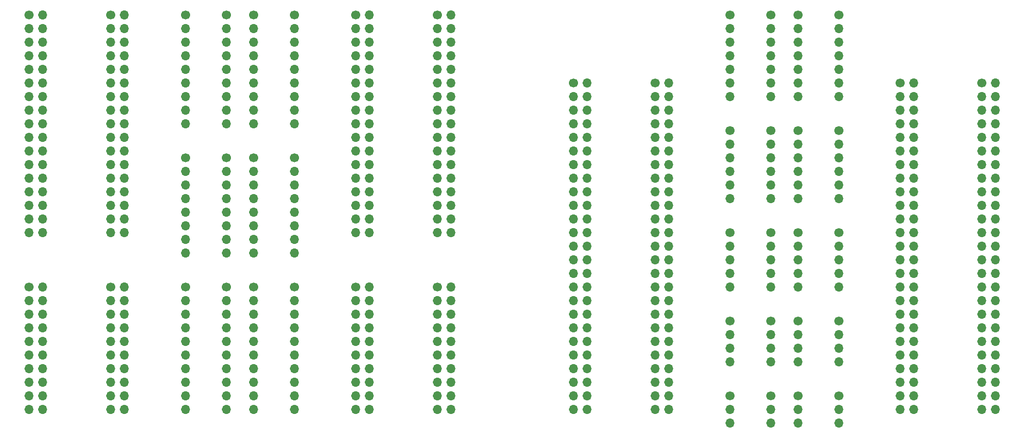
<source format=gbr>
%TF.GenerationSoftware,KiCad,Pcbnew,(5.1.9)-1*%
%TF.CreationDate,2022-08-27T22:21:39+05:30*%
%TF.ProjectId,MFM_ST506 Breakout Board,4d464d5f-5354-4353-9036-20427265616b,rev?*%
%TF.SameCoordinates,Original*%
%TF.FileFunction,Soldermask,Bot*%
%TF.FilePolarity,Negative*%
%FSLAX46Y46*%
G04 Gerber Fmt 4.6, Leading zero omitted, Abs format (unit mm)*
G04 Created by KiCad (PCBNEW (5.1.9)-1) date 2022-08-27 22:21:39*
%MOMM*%
%LPD*%
G01*
G04 APERTURE LIST*
%ADD10O,1.700000X1.700000*%
%ADD11C,1.700000*%
G04 APERTURE END LIST*
D10*
%TO.C,J52*%
X196850000Y-137160000D03*
X196850000Y-134620000D03*
D11*
X196850000Y-132080000D03*
%TD*%
D10*
%TO.C,J41*%
X201930000Y-76200000D03*
X201930000Y-73660000D03*
X201930000Y-71120000D03*
X201930000Y-68580000D03*
X201930000Y-66040000D03*
X201930000Y-63500000D03*
D11*
X201930000Y-60960000D03*
%TD*%
D10*
%TO.C,J42*%
X201930000Y-95250000D03*
X201930000Y-92710000D03*
X201930000Y-90170000D03*
X201930000Y-87630000D03*
X201930000Y-85090000D03*
D11*
X201930000Y-82550000D03*
%TD*%
D10*
%TO.C,J24*%
X238760000Y-134620000D03*
X236220000Y-134620000D03*
X238760000Y-132080000D03*
X236220000Y-132080000D03*
X238760000Y-129540000D03*
X236220000Y-129540000D03*
X238760000Y-127000000D03*
X236220000Y-127000000D03*
X238760000Y-124460000D03*
X236220000Y-124460000D03*
X238760000Y-121920000D03*
X236220000Y-121920000D03*
X238760000Y-119380000D03*
X236220000Y-119380000D03*
X238760000Y-116840000D03*
X236220000Y-116840000D03*
X238760000Y-114300000D03*
X236220000Y-114300000D03*
X238760000Y-111760000D03*
X236220000Y-111760000D03*
X238760000Y-109220000D03*
X236220000Y-109220000D03*
X238760000Y-106680000D03*
X236220000Y-106680000D03*
X238760000Y-104140000D03*
X236220000Y-104140000D03*
X238760000Y-101600000D03*
X236220000Y-101600000D03*
X238760000Y-99060000D03*
X236220000Y-99060000D03*
X238760000Y-96520000D03*
X236220000Y-96520000D03*
X238760000Y-93980000D03*
X236220000Y-93980000D03*
X238760000Y-91440000D03*
X236220000Y-91440000D03*
X238760000Y-88900000D03*
X236220000Y-88900000D03*
X238760000Y-86360000D03*
X236220000Y-86360000D03*
X238760000Y-83820000D03*
X236220000Y-83820000D03*
X238760000Y-81280000D03*
X236220000Y-81280000D03*
X238760000Y-78740000D03*
X236220000Y-78740000D03*
X238760000Y-76200000D03*
X236220000Y-76200000D03*
X238760000Y-73660000D03*
D11*
X236220000Y-73660000D03*
%TD*%
D10*
%TO.C,J23*%
X223520000Y-134620000D03*
X220980000Y-134620000D03*
X223520000Y-132080000D03*
X220980000Y-132080000D03*
X223520000Y-129540000D03*
X220980000Y-129540000D03*
X223520000Y-127000000D03*
X220980000Y-127000000D03*
X223520000Y-124460000D03*
X220980000Y-124460000D03*
X223520000Y-121920000D03*
X220980000Y-121920000D03*
X223520000Y-119380000D03*
X220980000Y-119380000D03*
X223520000Y-116840000D03*
X220980000Y-116840000D03*
X223520000Y-114300000D03*
X220980000Y-114300000D03*
X223520000Y-111760000D03*
X220980000Y-111760000D03*
X223520000Y-109220000D03*
X220980000Y-109220000D03*
X223520000Y-106680000D03*
X220980000Y-106680000D03*
X223520000Y-104140000D03*
X220980000Y-104140000D03*
X223520000Y-101600000D03*
X220980000Y-101600000D03*
X223520000Y-99060000D03*
X220980000Y-99060000D03*
X223520000Y-96520000D03*
X220980000Y-96520000D03*
X223520000Y-93980000D03*
X220980000Y-93980000D03*
X223520000Y-91440000D03*
X220980000Y-91440000D03*
X223520000Y-88900000D03*
X220980000Y-88900000D03*
X223520000Y-86360000D03*
X220980000Y-86360000D03*
X223520000Y-83820000D03*
X220980000Y-83820000D03*
X223520000Y-81280000D03*
X220980000Y-81280000D03*
X223520000Y-78740000D03*
X220980000Y-78740000D03*
X223520000Y-76200000D03*
X220980000Y-76200000D03*
X223520000Y-73660000D03*
D11*
X220980000Y-73660000D03*
%TD*%
D10*
%TO.C,J6*%
X177800000Y-134620000D03*
X175260000Y-134620000D03*
X177800000Y-132080000D03*
X175260000Y-132080000D03*
X177800000Y-129540000D03*
X175260000Y-129540000D03*
X177800000Y-127000000D03*
X175260000Y-127000000D03*
X177800000Y-124460000D03*
X175260000Y-124460000D03*
X177800000Y-121920000D03*
X175260000Y-121920000D03*
X177800000Y-119380000D03*
X175260000Y-119380000D03*
X177800000Y-116840000D03*
X175260000Y-116840000D03*
X177800000Y-114300000D03*
X175260000Y-114300000D03*
X177800000Y-111760000D03*
X175260000Y-111760000D03*
X177800000Y-109220000D03*
X175260000Y-109220000D03*
X177800000Y-106680000D03*
X175260000Y-106680000D03*
X177800000Y-104140000D03*
X175260000Y-104140000D03*
X177800000Y-101600000D03*
X175260000Y-101600000D03*
X177800000Y-99060000D03*
X175260000Y-99060000D03*
X177800000Y-96520000D03*
X175260000Y-96520000D03*
X177800000Y-93980000D03*
X175260000Y-93980000D03*
X177800000Y-91440000D03*
X175260000Y-91440000D03*
X177800000Y-88900000D03*
X175260000Y-88900000D03*
X177800000Y-86360000D03*
X175260000Y-86360000D03*
X177800000Y-83820000D03*
X175260000Y-83820000D03*
X177800000Y-81280000D03*
X175260000Y-81280000D03*
X177800000Y-78740000D03*
X175260000Y-78740000D03*
X177800000Y-76200000D03*
X175260000Y-76200000D03*
X177800000Y-73660000D03*
D11*
X175260000Y-73660000D03*
%TD*%
D10*
%TO.C,J5*%
X162560000Y-134620000D03*
X160020000Y-134620000D03*
X162560000Y-132080000D03*
X160020000Y-132080000D03*
X162560000Y-129540000D03*
X160020000Y-129540000D03*
X162560000Y-127000000D03*
X160020000Y-127000000D03*
X162560000Y-124460000D03*
X160020000Y-124460000D03*
X162560000Y-121920000D03*
X160020000Y-121920000D03*
X162560000Y-119380000D03*
X160020000Y-119380000D03*
X162560000Y-116840000D03*
X160020000Y-116840000D03*
X162560000Y-114300000D03*
X160020000Y-114300000D03*
X162560000Y-111760000D03*
X160020000Y-111760000D03*
X162560000Y-109220000D03*
X160020000Y-109220000D03*
X162560000Y-106680000D03*
X160020000Y-106680000D03*
X162560000Y-104140000D03*
X160020000Y-104140000D03*
X162560000Y-101600000D03*
X160020000Y-101600000D03*
X162560000Y-99060000D03*
X160020000Y-99060000D03*
X162560000Y-96520000D03*
X160020000Y-96520000D03*
X162560000Y-93980000D03*
X160020000Y-93980000D03*
X162560000Y-91440000D03*
X160020000Y-91440000D03*
X162560000Y-88900000D03*
X160020000Y-88900000D03*
X162560000Y-86360000D03*
X160020000Y-86360000D03*
X162560000Y-83820000D03*
X160020000Y-83820000D03*
X162560000Y-81280000D03*
X160020000Y-81280000D03*
X162560000Y-78740000D03*
X160020000Y-78740000D03*
X162560000Y-76200000D03*
X160020000Y-76200000D03*
X162560000Y-73660000D03*
D11*
X160020000Y-73660000D03*
%TD*%
D10*
%TO.C,J10*%
X137160000Y-101600000D03*
X134620000Y-101600000D03*
X137160000Y-99060000D03*
X134620000Y-99060000D03*
X137160000Y-96520000D03*
X134620000Y-96520000D03*
X137160000Y-93980000D03*
X134620000Y-93980000D03*
X137160000Y-91440000D03*
X134620000Y-91440000D03*
X137160000Y-88900000D03*
X134620000Y-88900000D03*
X137160000Y-86360000D03*
X134620000Y-86360000D03*
X137160000Y-83820000D03*
X134620000Y-83820000D03*
X137160000Y-81280000D03*
X134620000Y-81280000D03*
X137160000Y-78740000D03*
X134620000Y-78740000D03*
X137160000Y-76200000D03*
X134620000Y-76200000D03*
X137160000Y-73660000D03*
X134620000Y-73660000D03*
X137160000Y-71120000D03*
X134620000Y-71120000D03*
X137160000Y-68580000D03*
X134620000Y-68580000D03*
X137160000Y-66040000D03*
X134620000Y-66040000D03*
X137160000Y-63500000D03*
X134620000Y-63500000D03*
X137160000Y-60960000D03*
D11*
X134620000Y-60960000D03*
%TD*%
D10*
%TO.C,J9*%
X121920000Y-101600000D03*
X119380000Y-101600000D03*
X121920000Y-99060000D03*
X119380000Y-99060000D03*
X121920000Y-96520000D03*
X119380000Y-96520000D03*
X121920000Y-93980000D03*
X119380000Y-93980000D03*
X121920000Y-91440000D03*
X119380000Y-91440000D03*
X121920000Y-88900000D03*
X119380000Y-88900000D03*
X121920000Y-86360000D03*
X119380000Y-86360000D03*
X121920000Y-83820000D03*
X119380000Y-83820000D03*
X121920000Y-81280000D03*
X119380000Y-81280000D03*
X121920000Y-78740000D03*
X119380000Y-78740000D03*
X121920000Y-76200000D03*
X119380000Y-76200000D03*
X121920000Y-73660000D03*
X119380000Y-73660000D03*
X121920000Y-71120000D03*
X119380000Y-71120000D03*
X121920000Y-68580000D03*
X119380000Y-68580000D03*
X121920000Y-66040000D03*
X119380000Y-66040000D03*
X121920000Y-63500000D03*
X119380000Y-63500000D03*
X121920000Y-60960000D03*
D11*
X119380000Y-60960000D03*
%TD*%
D10*
%TO.C,J8*%
X76200000Y-101600000D03*
X73660000Y-101600000D03*
X76200000Y-99060000D03*
X73660000Y-99060000D03*
X76200000Y-96520000D03*
X73660000Y-96520000D03*
X76200000Y-93980000D03*
X73660000Y-93980000D03*
X76200000Y-91440000D03*
X73660000Y-91440000D03*
X76200000Y-88900000D03*
X73660000Y-88900000D03*
X76200000Y-86360000D03*
X73660000Y-86360000D03*
X76200000Y-83820000D03*
X73660000Y-83820000D03*
X76200000Y-81280000D03*
X73660000Y-81280000D03*
X76200000Y-78740000D03*
X73660000Y-78740000D03*
X76200000Y-76200000D03*
X73660000Y-76200000D03*
X76200000Y-73660000D03*
X73660000Y-73660000D03*
X76200000Y-71120000D03*
X73660000Y-71120000D03*
X76200000Y-68580000D03*
X73660000Y-68580000D03*
X76200000Y-66040000D03*
X73660000Y-66040000D03*
X76200000Y-63500000D03*
X73660000Y-63500000D03*
X76200000Y-60960000D03*
D11*
X73660000Y-60960000D03*
%TD*%
D10*
%TO.C,J7*%
X60960000Y-101600000D03*
X58420000Y-101600000D03*
X60960000Y-99060000D03*
X58420000Y-99060000D03*
X60960000Y-96520000D03*
X58420000Y-96520000D03*
X60960000Y-93980000D03*
X58420000Y-93980000D03*
X60960000Y-91440000D03*
X58420000Y-91440000D03*
X60960000Y-88900000D03*
X58420000Y-88900000D03*
X60960000Y-86360000D03*
X58420000Y-86360000D03*
X60960000Y-83820000D03*
X58420000Y-83820000D03*
X60960000Y-81280000D03*
X58420000Y-81280000D03*
X60960000Y-78740000D03*
X58420000Y-78740000D03*
X60960000Y-76200000D03*
X58420000Y-76200000D03*
X60960000Y-73660000D03*
X58420000Y-73660000D03*
X60960000Y-71120000D03*
X58420000Y-71120000D03*
X60960000Y-68580000D03*
X58420000Y-68580000D03*
X60960000Y-66040000D03*
X58420000Y-66040000D03*
X60960000Y-63500000D03*
X58420000Y-63500000D03*
X60960000Y-60960000D03*
D11*
X58420000Y-60960000D03*
%TD*%
D10*
%TO.C,J25*%
X87630000Y-105410000D03*
X87630000Y-102870000D03*
X87630000Y-100330000D03*
X87630000Y-97790000D03*
X87630000Y-95250000D03*
X87630000Y-92710000D03*
X87630000Y-90170000D03*
D11*
X87630000Y-87630000D03*
%TD*%
D10*
%TO.C,J56*%
X209550000Y-137160000D03*
X209550000Y-134620000D03*
D11*
X209550000Y-132080000D03*
%TD*%
D10*
%TO.C,J55*%
X209550000Y-125730000D03*
X209550000Y-123190000D03*
X209550000Y-120650000D03*
D11*
X209550000Y-118110000D03*
%TD*%
D10*
%TO.C,J54*%
X209550000Y-111760000D03*
X209550000Y-109220000D03*
X209550000Y-106680000D03*
X209550000Y-104140000D03*
D11*
X209550000Y-101600000D03*
%TD*%
D10*
%TO.C,J53*%
X209550000Y-95250000D03*
X209550000Y-92710000D03*
X209550000Y-90170000D03*
X209550000Y-87630000D03*
X209550000Y-85090000D03*
D11*
X209550000Y-82550000D03*
%TD*%
D10*
%TO.C,J22*%
X209550000Y-76200000D03*
X209550000Y-73660000D03*
X209550000Y-71120000D03*
X209550000Y-68580000D03*
X209550000Y-66040000D03*
X209550000Y-63500000D03*
D11*
X209550000Y-60960000D03*
%TD*%
D10*
%TO.C,J51*%
X196850000Y-125730000D03*
X196850000Y-123190000D03*
X196850000Y-120650000D03*
D11*
X196850000Y-118110000D03*
%TD*%
D10*
%TO.C,J50*%
X196850000Y-111760000D03*
X196850000Y-109220000D03*
X196850000Y-106680000D03*
X196850000Y-104140000D03*
D11*
X196850000Y-101600000D03*
%TD*%
D10*
%TO.C,J49*%
X196850000Y-95250000D03*
X196850000Y-92710000D03*
X196850000Y-90170000D03*
X196850000Y-87630000D03*
X196850000Y-85090000D03*
D11*
X196850000Y-82550000D03*
%TD*%
D10*
%TO.C,J20*%
X196850000Y-76200000D03*
X196850000Y-73660000D03*
X196850000Y-71120000D03*
X196850000Y-68580000D03*
X196850000Y-66040000D03*
X196850000Y-63500000D03*
D11*
X196850000Y-60960000D03*
%TD*%
D10*
%TO.C,J48*%
X189230000Y-137160000D03*
X189230000Y-134620000D03*
D11*
X189230000Y-132080000D03*
%TD*%
D10*
%TO.C,J47*%
X189230000Y-125730000D03*
X189230000Y-123190000D03*
X189230000Y-120650000D03*
D11*
X189230000Y-118110000D03*
%TD*%
D10*
%TO.C,J46*%
X189230000Y-111760000D03*
X189230000Y-109220000D03*
X189230000Y-106680000D03*
X189230000Y-104140000D03*
D11*
X189230000Y-101600000D03*
%TD*%
D10*
%TO.C,J21*%
X189230000Y-95250000D03*
X189230000Y-92710000D03*
X189230000Y-90170000D03*
X189230000Y-87630000D03*
X189230000Y-85090000D03*
D11*
X189230000Y-82550000D03*
%TD*%
D10*
%TO.C,J19*%
X189230000Y-76200000D03*
X189230000Y-73660000D03*
X189230000Y-71120000D03*
X189230000Y-68580000D03*
X189230000Y-66040000D03*
X189230000Y-63500000D03*
D11*
X189230000Y-60960000D03*
%TD*%
D10*
%TO.C,J45*%
X201930000Y-137160000D03*
X201930000Y-134620000D03*
D11*
X201930000Y-132080000D03*
%TD*%
D10*
%TO.C,J44*%
X201930000Y-125730000D03*
X201930000Y-123190000D03*
X201930000Y-120650000D03*
D11*
X201930000Y-118110000D03*
%TD*%
D10*
%TO.C,J43*%
X201930000Y-111760000D03*
X201930000Y-109220000D03*
X201930000Y-106680000D03*
X201930000Y-104140000D03*
D11*
X201930000Y-101600000D03*
%TD*%
D10*
%TO.C,J3*%
X137160000Y-134620000D03*
X134620000Y-134620000D03*
X137160000Y-132080000D03*
X134620000Y-132080000D03*
X137160000Y-129540000D03*
X134620000Y-129540000D03*
X137160000Y-127000000D03*
X134620000Y-127000000D03*
X137160000Y-124460000D03*
X134620000Y-124460000D03*
X137160000Y-121920000D03*
X134620000Y-121920000D03*
X137160000Y-119380000D03*
X134620000Y-119380000D03*
X137160000Y-116840000D03*
X134620000Y-116840000D03*
X137160000Y-114300000D03*
X134620000Y-114300000D03*
X137160000Y-111760000D03*
D11*
X134620000Y-111760000D03*
%TD*%
D10*
%TO.C,J4*%
X121920000Y-134620000D03*
X119380000Y-134620000D03*
X121920000Y-132080000D03*
X119380000Y-132080000D03*
X121920000Y-129540000D03*
X119380000Y-129540000D03*
X121920000Y-127000000D03*
X119380000Y-127000000D03*
X121920000Y-124460000D03*
X119380000Y-124460000D03*
X121920000Y-121920000D03*
X119380000Y-121920000D03*
X121920000Y-119380000D03*
X119380000Y-119380000D03*
X121920000Y-116840000D03*
X119380000Y-116840000D03*
X121920000Y-114300000D03*
X119380000Y-114300000D03*
X121920000Y-111760000D03*
D11*
X119380000Y-111760000D03*
%TD*%
D10*
%TO.C,J18*%
X107950000Y-134620000D03*
X107950000Y-132080000D03*
X107950000Y-129540000D03*
X107950000Y-127000000D03*
X107950000Y-124460000D03*
X107950000Y-121920000D03*
X107950000Y-119380000D03*
X107950000Y-116840000D03*
X107950000Y-114300000D03*
D11*
X107950000Y-111760000D03*
%TD*%
D10*
%TO.C,J17*%
X100330000Y-134620000D03*
X100330000Y-132080000D03*
X100330000Y-129540000D03*
X100330000Y-127000000D03*
X100330000Y-124460000D03*
X100330000Y-121920000D03*
X100330000Y-119380000D03*
X100330000Y-116840000D03*
X100330000Y-114300000D03*
D11*
X100330000Y-111760000D03*
%TD*%
D10*
%TO.C,J16*%
X95250000Y-134620000D03*
X95250000Y-132080000D03*
X95250000Y-129540000D03*
X95250000Y-127000000D03*
X95250000Y-124460000D03*
X95250000Y-121920000D03*
X95250000Y-119380000D03*
X95250000Y-116840000D03*
X95250000Y-114300000D03*
D11*
X95250000Y-111760000D03*
%TD*%
D10*
%TO.C,J15*%
X87630000Y-134620000D03*
X87630000Y-132080000D03*
X87630000Y-129540000D03*
X87630000Y-127000000D03*
X87630000Y-124460000D03*
X87630000Y-121920000D03*
X87630000Y-119380000D03*
X87630000Y-116840000D03*
X87630000Y-114300000D03*
D11*
X87630000Y-111760000D03*
%TD*%
D10*
%TO.C,J2*%
X76200000Y-134620000D03*
X73660000Y-134620000D03*
X76200000Y-132080000D03*
X73660000Y-132080000D03*
X76200000Y-129540000D03*
X73660000Y-129540000D03*
X76200000Y-127000000D03*
X73660000Y-127000000D03*
X76200000Y-124460000D03*
X73660000Y-124460000D03*
X76200000Y-121920000D03*
X73660000Y-121920000D03*
X76200000Y-119380000D03*
X73660000Y-119380000D03*
X76200000Y-116840000D03*
X73660000Y-116840000D03*
X76200000Y-114300000D03*
X73660000Y-114300000D03*
X76200000Y-111760000D03*
D11*
X73660000Y-111760000D03*
%TD*%
D10*
%TO.C,J1*%
X60960000Y-134620000D03*
X58420000Y-134620000D03*
X60960000Y-132080000D03*
X58420000Y-132080000D03*
X60960000Y-129540000D03*
X58420000Y-129540000D03*
X60960000Y-127000000D03*
X58420000Y-127000000D03*
X60960000Y-124460000D03*
X58420000Y-124460000D03*
X60960000Y-121920000D03*
X58420000Y-121920000D03*
X60960000Y-119380000D03*
X58420000Y-119380000D03*
X60960000Y-116840000D03*
X58420000Y-116840000D03*
X60960000Y-114300000D03*
X58420000Y-114300000D03*
X60960000Y-111760000D03*
D11*
X58420000Y-111760000D03*
%TD*%
D10*
%TO.C,J28*%
X107950000Y-105410000D03*
X107950000Y-102870000D03*
X107950000Y-100330000D03*
X107950000Y-97790000D03*
X107950000Y-95250000D03*
X107950000Y-92710000D03*
X107950000Y-90170000D03*
D11*
X107950000Y-87630000D03*
%TD*%
D10*
%TO.C,J27*%
X100330000Y-105410000D03*
X100330000Y-102870000D03*
X100330000Y-100330000D03*
X100330000Y-97790000D03*
X100330000Y-95250000D03*
X100330000Y-92710000D03*
X100330000Y-90170000D03*
D11*
X100330000Y-87630000D03*
%TD*%
D10*
%TO.C,J26*%
X95250000Y-105410000D03*
X95250000Y-102870000D03*
X95250000Y-100330000D03*
X95250000Y-97790000D03*
X95250000Y-95250000D03*
X95250000Y-92710000D03*
X95250000Y-90170000D03*
D11*
X95250000Y-87630000D03*
%TD*%
D10*
%TO.C,J14*%
X107950000Y-81280000D03*
X107950000Y-78740000D03*
X107950000Y-76200000D03*
X107950000Y-73660000D03*
X107950000Y-71120000D03*
X107950000Y-68580000D03*
X107950000Y-66040000D03*
X107950000Y-63500000D03*
D11*
X107950000Y-60960000D03*
%TD*%
D10*
%TO.C,J13*%
X100330000Y-81280000D03*
X100330000Y-78740000D03*
X100330000Y-76200000D03*
X100330000Y-73660000D03*
X100330000Y-71120000D03*
X100330000Y-68580000D03*
X100330000Y-66040000D03*
X100330000Y-63500000D03*
D11*
X100330000Y-60960000D03*
%TD*%
D10*
%TO.C,J12*%
X95250000Y-81280000D03*
X95250000Y-78740000D03*
X95250000Y-76200000D03*
X95250000Y-73660000D03*
X95250000Y-71120000D03*
X95250000Y-68580000D03*
X95250000Y-66040000D03*
X95250000Y-63500000D03*
D11*
X95250000Y-60960000D03*
%TD*%
D10*
%TO.C,J11*%
X87630000Y-81280000D03*
X87630000Y-78740000D03*
X87630000Y-76200000D03*
X87630000Y-73660000D03*
X87630000Y-71120000D03*
X87630000Y-68580000D03*
X87630000Y-66040000D03*
X87630000Y-63500000D03*
D11*
X87630000Y-60960000D03*
%TD*%
M02*

</source>
